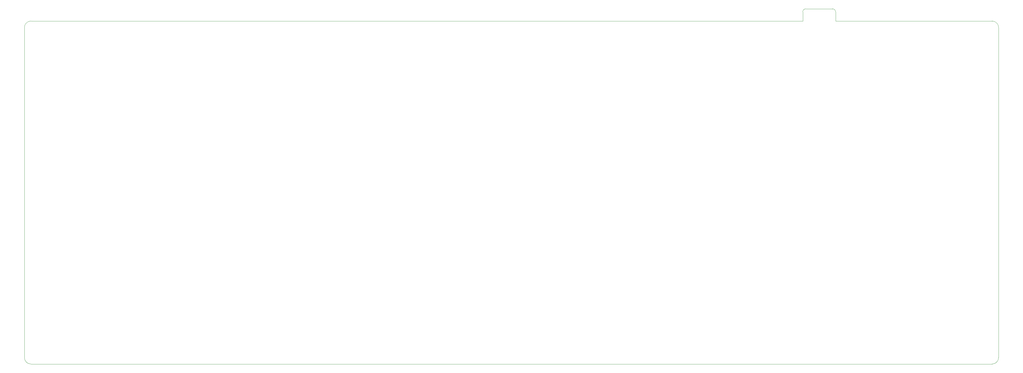
<source format=gbr>
%TF.GenerationSoftware,KiCad,Pcbnew,(5.1.6)-1*%
%TF.CreationDate,2020-11-27T09:17:25-06:00*%
%TF.ProjectId,zero-percent-keyboard,7a65726f-2d70-4657-9263-656e742d6b65,rev?*%
%TF.SameCoordinates,Original*%
%TF.FileFunction,Profile,NP*%
%FSLAX46Y46*%
G04 Gerber Fmt 4.6, Leading zero omitted, Abs format (unit mm)*
G04 Created by KiCad (PCBNEW (5.1.6)-1) date 2020-11-27 09:17:25*
%MOMM*%
%LPD*%
G01*
G04 APERTURE LIST*
%TA.AperFunction,Profile*%
%ADD10C,0.050000*%
%TD*%
G04 APERTURE END LIST*
D10*
X39116000Y-31623000D02*
X295783000Y-31623000D01*
X36957000Y-143764000D02*
X36957000Y-33782000D01*
X358902000Y-145923000D02*
X39116000Y-145923000D01*
X361061000Y-33782000D02*
X361061000Y-143764000D01*
X306959000Y-31623000D02*
X358902000Y-31623000D01*
X36957000Y-33782000D02*
G75*
G02*
X39116000Y-31623000I2159000J0D01*
G01*
X39116000Y-145923000D02*
G75*
G02*
X36957000Y-143764000I0J2159000D01*
G01*
X361061000Y-143764000D02*
G75*
G02*
X358902000Y-145923000I-2159000J0D01*
G01*
X358902000Y-31623000D02*
G75*
G02*
X361061000Y-33782000I0J-2159000D01*
G01*
X295783000Y-31623000D02*
X295910000Y-31623000D01*
X297053000Y-27559000D02*
X296926000Y-27559000D01*
X305816000Y-27559000D02*
X305689000Y-27559000D01*
X306959000Y-31623000D02*
X306832000Y-31623000D01*
X306832000Y-28575000D02*
X306832000Y-31623000D01*
X295910000Y-28575000D02*
X295910000Y-31623000D01*
X305689000Y-27559000D02*
X297053000Y-27559000D01*
X305816000Y-27559000D02*
G75*
G02*
X306832000Y-28575000I0J-1016000D01*
G01*
X295910000Y-28575000D02*
G75*
G02*
X296926000Y-27559000I1016000J0D01*
G01*
M02*

</source>
